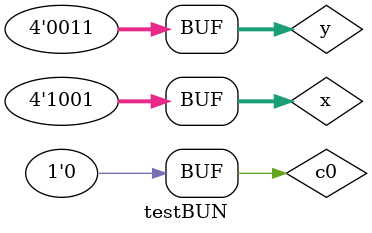
<source format=v>
`timescale 1ns / 1ps


module testBUN;

	// Inputs
	reg [3:0] x;
	reg [3:0] y;
	reg c0;

	// Outputs
	wire c4;
	wire [3:0] s;

	// Instantiate the Unit Under Test (UUT)
	aduna uut (
		.x(x), 
		.y(y), 
		.c4(c4), 
		.s(s), 
		.c0(c0)
	);

	initial begin
		// Initialize Inputs
		x = 1001;
		y = 1011;
		c0 = 0;

		// Wait 100 ns for global reset to finish
		#100;
        
		// Add stimulus here

	end
      
endmodule


</source>
